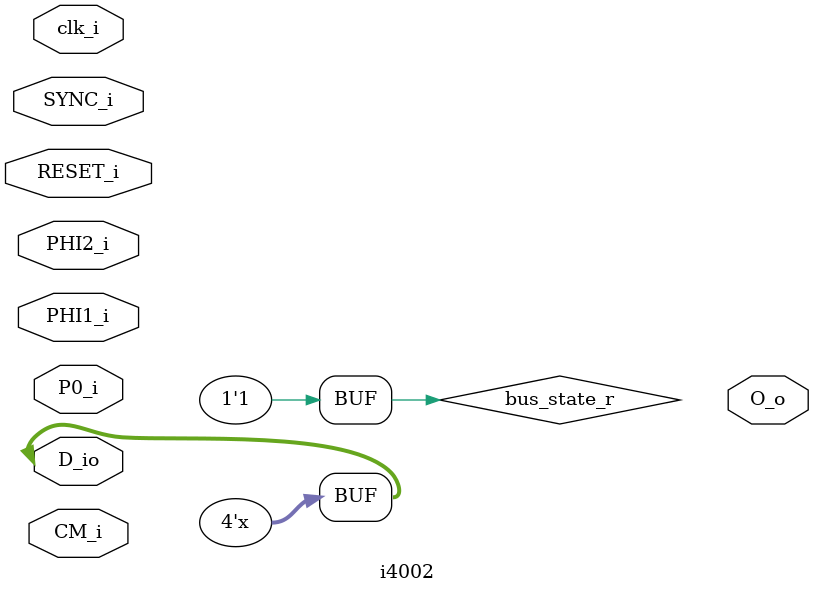
<source format=v>
/*
    Intel i4002 RAM
                _____   _____
        D0   1 |*    \_/     | 16  O0
        D1   2 |             | 15  O1
        D2   3 |             | 14  O2
        D3   4 |             | 13  O3
       Vss   5 |             | 12  Vdd
      PHI1   6 |             | 11  CM
      PHI2   7 |             | 10  P0
      SYNC   8 |_____________|  9  RESET

    D0-D3       - DATA BUS I/O
    Vss         - GND
    PHI1        - CLOCK PHASE 1
    PHI2        - CLOCK PHASE 2
    SYNC        - SYNC INPUT
    O0 - O3     - OUTPUT LINES
    Vdd         - -15V
    CM          - MEMORY CONTROL INPUT
    P0          - HARD WIRED CHIP SELECT INPUT
    RESET       - RESET

    Total memory stored is 320 bit

    4 registers of 80 bits
    16 * 4bit as RAM and 4 * 4bit as STATUS registers
*/

module i4002(
    input clk_i, // main design clock, not a pin
    inout [3:0] D_io,
    input PHI1_i,
    input PHI2_i,
    input SYNC_i,
    output [3:0] O_o,
    input CM_i,
    input P0_i,
    input RESET_i
);

    reg [3:0] RAM_r[0:15];
    reg [3:0] STATUS_r[0:3];
    localparam STATE_A1 = 3'b000;
    localparam STATE_A2 = 3'b001;
    localparam STATE_A3 = 3'b010;
    localparam STATE_M1 = 3'b011;
    localparam STATE_M2 = 3'b100;
    localparam STATE_X1 = 3'b101;
    localparam STATE_X2 = 3'b110;
    localparam STATE_X3 = 3'b111;

    reg prev_phi1_r;
    reg prev_phi2_r;
    reg [2:0] state_r;
    reg [2:0] prev_state_r;

    reg bus_state_r;
    reg prev_sync_r;
    reg [3:0] data_r;
    
    //----------------------------------------------------------------
    // Initial state set
    //----------------------------------------------------------------
    initial
    begin
        bus_state_r = 1'b1;
    end

    //----------------------------------------------------------------
    // Main state machine
    //----------------------------------------------------------------
    always @(posedge clk_i)
    begin
        if (SYNC_i==1'b1)
        begin
            if ((PHI1_i == 1'b1) && (prev_phi1_r == 1'b0)) //  phi1 edge
            begin
            end
            if ((PHI2_i == 1'b1) && (prev_phi2_r == 1'b0)) //  phi2 edge
            begin
                state_r <= state_r + 3'b001; // next state
            end
        end
        prev_sync_r <= SYNC_i;
        prev_state_r <= state_r;
        prev_phi1_r <= PHI1_i;
        prev_phi2_r <= PHI2_i;
    end


    always @*
        if ((prev_sync_r==1'b0) && (SYNC_i==1'b1))
            state_r <= 3'b000;

    //----------------------------------------------------------------
    // Setting data/address bus
    //----------------------------------------------------------------

    assign D_io[3:0] = bus_state_r ? 4'bzzzz : data_r[3:0];

    //----------------------------------------------------------------
    // Bus state setting
    //----------------------------------------------------------------
    //always @*
        //if ((state_r==STATE_M1) || (state_r==STATE_M2))
            //bus_state_r = 1'b0;
        //else 
            //bus_state_r = 1'b1;

    //----------------------------------------------------------------
    // Address on databus
    //----------------------------------------------------------------    
    //always @*
        //if (state_r==STATE_X2)
            //addr_r[3:0] = D_io[3:0];
        //else if (state_r==STATE_X3) 
            //addr_r[7:4] = D_io[3:0];
        
        
endmodule
</source>
